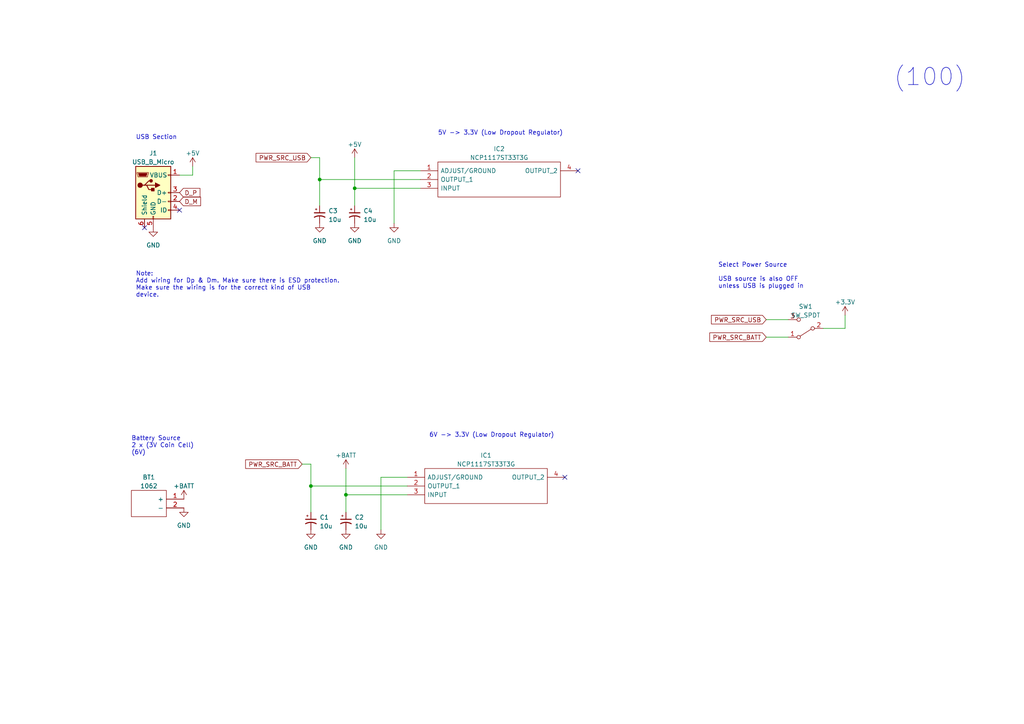
<source format=kicad_sch>
(kicad_sch (version 20230121) (generator eeschema)
  (paper "A4")
  (lib_symbols
    (symbol "Connector:USB_B_Micro" (pin_names (offset 1.016))
      (property "Reference" "J" (at -5.08 11.43 0))
      (property "Value" "USB_B_Micro" (at -5.08 8.89 0))
      (symbol "USB_B_Micro_0_1"
        (rectangle (start -5.08 -7.62) (end 5.08 7.62) (stroke (width 0.254)) (fill (type background)))
        (circle (center -3.81 2.159) (radius 0.635) (stroke (width 0.254)) (fill (type outline)))
        (circle (center -0.635 3.429) (radius 0.381) (stroke (width 0.254)) (fill (type outline)))
        (rectangle (start -0.127 -7.62) (end 0.127 -6.858))
        (polyline (pts (xy -1.905 2.159) (xy 0.635 2.159)) (stroke (width 0.254)))
        (polyline (pts (xy -3.175 2.159) (xy -2.54 2.159) (xy -1.27 3.429) (xy -0.635 3.429)) (stroke (width 0.254)))
        (polyline (pts (xy -2.54 2.159) (xy -1.905 2.159) (xy -1.27 0.889) (xy 0 0.889)) (stroke (width 0.254)))
        (polyline (pts (xy 0.635 2.794) (xy 0.635 1.524) (xy 1.905 2.159) (xy 0.635 2.794)) (stroke (width 0.254)) (fill (type outline)))
        (polyline (pts (xy -4.318 5.588) (xy -1.778 5.588) (xy -2.032 4.826) (xy -4.064 4.826) (xy -4.318 5.588)) (fill (type outline)))
        (polyline (pts (xy -4.699 5.842) (xy -4.699 5.588) (xy -4.445 4.826) (xy -4.445 4.572) (xy -1.651 4.572) (xy -1.651 4.826) (xy -1.397 5.588) (xy -1.397 5.842) (xy -4.699 5.842)))
        (rectangle (start 0.254 1.27) (end -0.508 0.508) (stroke (width 0.254)) (fill (type outline)))
        (rectangle (start 5.08 -5.207) (end 4.318 -4.953))
        (rectangle (start 5.08 -2.667) (end 4.318 -2.413))
        (rectangle (start 5.08 -0.127) (end 4.318 0.127))
        (rectangle (start 5.08 4.953) (end 4.318 5.207))
      )
      (symbol "USB_B_Micro_1_1"
        (pin power_out line (at 7.62 5.08 180) (length 2.54) (name "VBUS") (number "1"))
        (pin bidirectional line (at 7.62 -2.54 180) (length 2.54) (name "D-") (number "2"))
        (pin bidirectional line (at 7.62 0 180) (length 2.54) (name "D+") (number "3"))
        (pin passive line (at 7.62 -5.08 180) (length 2.54) (name "ID") (number "4"))
        (pin power_out line (at 0 -10.16 90) (length 2.54) (name "GND") (number "5"))
        (pin passive line (at -2.54 -10.16 90) (length 2.54) (name "Shield") (number "6"))
      )
    )
    (symbol "Device:C_Polarized_Small_US" (pin_numbers hide) (pin_names (offset 0.254) hide)
      (property "Reference" "C" (at 0.254 1.778 0))
      (property "Value" "C_Polarized_Small_US" (at 0.254 -2.032 0))
      (symbol "C_Polarized_Small_US_0_1"
        (polyline (pts (xy -1.524 0.508) (xy 1.524 0.508)) (stroke (width 0.3048)))
        (polyline (pts (xy -1.27 1.524) (xy -0.762 1.524)))
        (polyline (pts (xy -1.016 1.27) (xy -1.016 1.778)))
        (arc (start 1.524 -0.762) (mid 0 -0.3734) (end -1.524 -0.762) (stroke (width 0.3048)))
      )
      (symbol "C_Polarized_Small_US_1_1"
        (pin passive line (at 0 2.54 270) (length 2.032) (name "~") (number "1"))
        (pin passive line (at 0 -2.54 90) (length 2.032) (name "~") (number "2"))
      )
    )
    (symbol "SamacSys_Parts:1062" (pin_names (offset 0.762))
      (property "Reference" "BT" (at 16.51 7.62 0))
      (property "Value" "1062" (at 16.51 5.08 0))
      (symbol "1062_0_0"
        (pin passive line (at 0 -2.54 0) (length 5.08) (name "+") (number "1"))
        (pin passive line (at 0 0 0) (length 5.08) (name "-") (number "2"))
      )
      (symbol "1062_0_1"
        (polyline (pts (xy 5.08 2.54) (xy 15.24 2.54) (xy 15.24 -5.08) (xy 5.08 -5.08) (xy 5.08 2.54)) (stroke (width 0.1524)))
      )
    )
    (symbol "SamacSys_Parts:NCP1117ST33T3G" (pin_names (offset 0.762))
      (property "Reference" "IC" (at 41.91 7.62 0))
      (property "Value" "NCP1117ST33T3G" (at 41.91 5.08 0))
      (symbol "NCP1117ST33T3G_0_0"
        (pin passive line (at 0 0 0) (length 5.08) (name "ADJUST/GROUND") (number "1"))
        (pin passive line (at 0 -2.54 0) (length 5.08) (name "OUTPUT_1") (number "2"))
        (pin passive line (at 0 -5.08 0) (length 5.08) (name "INPUT") (number "3"))
        (pin passive line (at 45.72 0 180) (length 5.08) (name "OUTPUT_2") (number "4"))
      )
      (symbol "NCP1117ST33T3G_0_1"
        (polyline (pts (xy 5.08 2.54) (xy 40.64 2.54) (xy 40.64 -7.62) (xy 5.08 -7.62) (xy 5.08 2.54)) (stroke (width 0.1524)))
      )
    )
    (symbol "Switch:SW_SPDT" (pin_names (offset 0) hide)
      (property "Reference" "SW" (at 0 4.318 0))
      (property "Value" "SW_SPDT" (at 0 -5.08 0))
      (symbol "SW_SPDT_0_0"
        (circle (center -2.032 0) (radius 0.508))
        (circle (center 2.032 -2.54) (radius 0.508))
      )
      (symbol "SW_SPDT_0_1"
        (polyline (pts (xy -1.524 0.254) (xy 1.651 2.286)))
        (circle (center 2.032 2.54) (radius 0.508))
      )
      (symbol "SW_SPDT_1_1"
        (pin passive line (at 5.08 2.54 180) (length 2.54) (name "A") (number "1"))
        (pin passive line (at -5.08 0 0) (length 2.54) (name "B") (number "2"))
        (pin passive line (at 5.08 -2.54 180) (length 2.54) (name "C") (number "3"))
      )
    )
    (symbol "power:+3.3V" (power) (pin_names (offset 0))
      (property "Value" "+3.3V" (at 0 3.556 0))
      (symbol "+3.3V_0_1"
        (polyline (pts (xy -0.762 1.27) (xy 0 2.54)))
        (polyline (pts (xy 0 0) (xy 0 2.54)))
        (polyline (pts (xy 0 2.54) (xy 0.762 1.27)))
      )
      (symbol "+3.3V_1_1"
        (pin power_in line (at 0 0 90) (length 0) hide (name "+3.3V") (number "1"))
      )
    )
    (symbol "power:+5V" (power) (pin_names (offset 0))
      (property "Value" "+5V" (at 0 3.556 0))
      (symbol "+5V_0_1"
        (polyline (pts (xy -0.762 1.27) (xy 0 2.54)))
        (polyline (pts (xy 0 0) (xy 0 2.54)))
        (polyline (pts (xy 0 2.54) (xy 0.762 1.27)))
      )
      (symbol "+5V_1_1"
        (pin power_in line (at 0 0 90) (length 0) hide (name "+5V") (number "1"))
      )
    )
    (symbol "power:+BATT" (power) (pin_names (offset 0))
      (property "Value" "+BATT" (at 0 3.556 0))
      (symbol "+BATT_0_1"
        (polyline (pts (xy -0.762 1.27) (xy 0 2.54)))
        (polyline (pts (xy 0 0) (xy 0 2.54)))
        (polyline (pts (xy 0 2.54) (xy 0.762 1.27)))
      )
      (symbol "+BATT_1_1"
        (pin power_in line (at 0 0 90) (length 0) hide (name "+BATT") (number "1"))
      )
    )
    (symbol "power:GND" (power) (pin_names (offset 0))
      (property "Value" "GND" (at 0 -3.81 0))
      (symbol "GND_0_1"
        (polyline (pts (xy 0 0) (xy 0 -1.27) (xy 1.27 -1.27) (xy 0 -2.54) (xy -1.27 -1.27) (xy 0 -1.27)))
      )
      (symbol "GND_1_1"
        (pin power_in line (at 0 0 270) (length 0) hide (name "GND") (number "1"))
      )
    )
  )
  (junction (at 100.33 143.51))
  (junction (at 92.71 52.07))
  (junction (at 90.17 140.97))
  (junction (at 102.87 54.61))
  (no_connect (at 163.83 138.43))
  (no_connect (at 52.07 60.96))
  (no_connect (at 41.91 66.04))
  (no_connect (at 167.64 49.53))
  (wire (pts (xy 90.17 148.59) (xy 90.17 140.97)))
  (wire (pts (xy 102.87 54.61) (xy 121.92 54.61)))
  (wire (pts (xy 100.33 143.51) (xy 100.33 148.59)))
  (wire (pts (xy 55.88 50.8) (xy 55.88 48.26)))
  (wire (pts (xy 100.33 135.89) (xy 100.33 143.51)))
  (wire (pts (xy 92.71 52.07) (xy 121.92 52.07)))
  (wire (pts (xy 114.3 49.53) (xy 121.92 49.53)))
  (wire (pts (xy 100.33 143.51) (xy 118.11 143.51)))
  (wire (pts (xy 238.76 95.25) (xy 245.11 95.25)))
  (wire (pts (xy 87.63 134.62) (xy 90.17 134.62)))
  (wire (pts (xy 245.11 95.25) (xy 245.11 91.44)))
  (wire (pts (xy 110.49 153.67) (xy 110.49 138.43)))
  (wire (pts (xy 102.87 45.72) (xy 102.87 54.61)))
  (wire (pts (xy 90.17 45.72) (xy 92.71 45.72)))
  (wire (pts (xy 90.17 134.62) (xy 90.17 140.97)))
  (wire (pts (xy 92.71 45.72) (xy 92.71 52.07)))
  (wire (pts (xy 222.25 92.71) (xy 228.6 92.71)))
  (wire (pts (xy 222.25 97.79) (xy 228.6 97.79)))
  (wire (pts (xy 110.49 138.43) (xy 118.11 138.43)))
  (wire (pts (xy 102.87 54.61) (xy 102.87 59.69)))
  (wire (pts (xy 114.3 64.77) (xy 114.3 49.53)))
  (wire (pts (xy 90.17 140.97) (xy 118.11 140.97)))
  (wire (pts (xy 92.71 59.69) (xy 92.71 52.07)))
  (wire (pts (xy 52.07 50.8) (xy 55.88 50.8)))
  (text "USB Section" (at 39.37 40.64 0) (effects (font (size 1.27 1.27)) (justify left bottom)))
  (text "5V -> 3.3V (Low Dropout Regulator)" (at 127 39.37 0) (effects (font (size 1.27 1.27)) (justify left bottom)))
  (text "(100)" (at 259.08 25.4 0) (effects (font (size 5 5)) (justify left bottom)))
  (text "Note:\nAdd wiring for Dp & Dm. Make sure there is ESD protection.\nMake sure the wiring is for the correct kind of USB \ndevice." (at 39.37 86.36 0) (effects (font (size 1.27 1.27)) (justify left bottom)))
  (text "Battery Source\n2 x (3V Coin Cell)\n(6V)" (at 38.1 132.08 0) (effects (font (size 1.27 1.27)) (justify left bottom)))
  (text "Select Power Source\n\nUSB source is also OFF \nunless USB is plugged in" (at 208.28 83.82 0) (effects (font (size 1.27 1.27)) (justify left bottom)))
  (text "6V -> 3.3V (Low Dropout Regulator)" (at 124.46 127 0) (effects (font (size 1.27 1.27)) (justify left bottom)))
  (global_label "PWR_SRC_USB" (shape input) (at 90.17 45.72 180) (property "Intersheetrefs" "${INTERSHEET_REFS}" (effects hide)))
  (global_label "PWR_SRC_BATT" (shape input) (at 87.63 134.62 180) (property "Intersheetrefs" "${INTERSHEET_REFS}" (effects hide)))
  (global_label "D_P" (shape input) (at 52.07 55.88 0) (property "Intersheetrefs" "${INTERSHEET_REFS}" (effects hide)))
  (global_label "D_M" (shape input) (at 52.07 58.42 0) (property "Intersheetrefs" "${INTERSHEET_REFS}" (effects hide)))
  (global_label "PWR_SRC_BATT" (shape input) (at 222.25 97.79 180) (property "Intersheetrefs" "${INTERSHEET_REFS}" (effects hide)))
  (global_label "PWR_SRC_USB" (shape input) (at 222.25 92.71 180) (property "Intersheetrefs" "${INTERSHEET_REFS}" (effects hide)))
  (symbol (lib_id "power:GND") (at 110.49 153.67 0) (unit 1)
    (property "Reference" "#PWR02" (effects hide))
    (property "Value" "GND" (at 110.49 158.75 0))
    (instances (project "light_monitor_hw" (path "" (reference "#PWR02") (unit 1)) (path "" (reference "#PWR024") (unit 1))))
  )
  (symbol (lib_id "power:+BATT") (at 100.33 135.89 0) (unit 1)
    (property "Reference" "#PWR014" (effects hide))
    (property "Value" "+BATT" (at 100.33 132.08 0))
    (instances (project "light_monitor_hw" (path "" (reference "#PWR014") (unit 1)) (path "" (reference "#PWR020") (unit 1))))
  )
  (symbol (lib_id "SamacSys_Parts:NCP1117ST33T3G") (at 118.11 138.43 0) (unit 1)
    (property "Reference" "IC1" (at 140.97 132.08 0))
    (property "Value" "NCP1117ST33T3G" (at 140.97 134.62 0))
    (property "Footprint" "SOT230P700X180-4N" (effects hide))
    (property "Datasheet" "http://www.onsemi.com/pub/Collateral/NCP1117-D.PDF" (effects hide))
    (property "Description" "ON SEMICONDUCTOR - NCP1117ST33T3G - IC, LINEAR VOLTAGE REGULATOR" (effects hide))
    (property "Height" "1.8" (effects hide))
    (property "Manufacturer_Name" "onsemi" (effects hide))
    (property "Manufacturer_Part_Number" "NCP1117ST33T3G" (effects hide))
    (property "Mouser Part Number" "863-NCP1117ST33T3G" (effects hide))
    (property "Mouser Price/Stock" "https://www.mouser.co.uk/ProductDetail/onsemi/NCP1117ST33T3G?qs=Gev%252BmEvV0iZb%2FE8ahUDx3w%3D%3D" (effects hide))
    (property "Arrow Part Number" "NCP1117ST33T3G" (effects hide))
    (property "Arrow Price/Stock" "https://www.arrow.com/en/products/ncp1117st33t3g/on-semiconductor?region=europe" (effects hide))
    (instances (project "light_monitor_hw" (path "" (reference "IC1") (unit 1)) (path "" (reference "IC3") (unit 1))))
  )
  (symbol (lib_id "Connector:USB_B_Micro") (at 44.45 55.88 0) (unit 1)
    (property "Reference" "J1" (at 44.45 44.45 0))
    (property "Value" "USB_B_Micro" (at 44.45 46.99 0))
    (instances (project "light_monitor_hw" (path "" (reference "J1") (unit 1)) (path "" (reference "J4") (unit 1))))
  )
  (symbol (lib_id "Device:C_Polarized_Small_US") (at 92.71 62.23 0) (unit 1)
    (property "Reference" "C3" (at 95.25 61.1632 0) (effects (justify left)))
    (property "Value" "10u" (at 95.25 63.7032 0) (effects (justify left)))
    (instances (project "light_monitor_hw" (path "" (reference "C3") (unit 1)) (path "" (reference "C6") (unit 1))))
  )
  (symbol (lib_id "power:GND") (at 53.34 147.32 0) (unit 1)
    (property "Reference" "#PWR01" (effects hide))
    (property "Value" "GND" (at 53.34 152.4 0))
    (instances (project "light_monitor_hw" (path "" (reference "#PWR01") (unit 1)) (path "" (reference "#PWR016") (unit 1))))
  )
  (symbol (lib_id "power:+3.3V") (at 245.11 91.44 0) (unit 1)
    (property "Reference" "#PWR012" (effects hide))
    (property "Value" "+3.3V" (at 245.11 87.63 0))
    (instances (project "light_monitor_hw" (path "" (reference "#PWR012") (unit 1)) (path "" (reference "#PWR01") (unit 1))))
  )
  (symbol (lib_id "Switch:SW_SPDT") (at 233.68 95.25 180) (unit 1)
    (property "Reference" "SW1" (at 233.68 88.9 0))
    (property "Value" "SW_SPDT" (at 233.68 91.44 0))
  )
  (symbol (lib_id "power:+5V") (at 102.87 45.72 0) (unit 1)
    (property "Reference" "#PWR010" (effects hide))
    (property "Value" "+5V" (at 102.87 41.91 0))
    (instances (project "light_monitor_hw" (path "" (reference "#PWR010") (unit 1)) (path "" (reference "#PWR022") (unit 1))))
  )
  (symbol (lib_id "Device:C_Polarized_Small_US") (at 100.33 151.13 0) (unit 1)
    (property "Reference" "C2" (at 102.87 150.0632 0) (effects (justify left)))
    (property "Value" "10u" (at 102.87 152.6032 0) (effects (justify left)))
    (instances (project "light_monitor_hw" (path "" (reference "C2") (unit 1)) (path "" (reference "C7") (unit 1))))
  )
  (symbol (lib_id "power:+BATT") (at 53.34 144.78 0) (unit 1)
    (property "Reference" "#PWR011" (effects hide))
    (property "Value" "+BATT" (at 53.34 140.97 0))
    (instances (project "light_monitor_hw" (path "" (reference "#PWR011") (unit 1)) (path "" (reference "#PWR015") (unit 1))))
  )
  (symbol (lib_id "power:GND") (at 92.71 64.77 0) (unit 1)
    (property "Reference" "#PWR05" (effects hide))
    (property "Value" "GND" (at 92.71 69.85 0))
    (instances (project "light_monitor_hw" (path "" (reference "#PWR05") (unit 1)) (path "" (reference "#PWR019") (unit 1))))
  )
  (symbol (lib_id "power:GND") (at 44.45 66.04 0) (unit 1)
    (property "Reference" "#PWR08" (effects hide))
    (property "Value" "GND" (at 44.45 71.12 0))
    (instances (project "light_monitor_hw" (path "" (reference "#PWR08") (unit 1)) (path "" (reference "#PWR013") (unit 1))))
  )
  (symbol (lib_id "power:GND") (at 100.33 153.67 0) (unit 1)
    (property "Reference" "#PWR03" (effects hide))
    (property "Value" "GND" (at 100.33 158.75 0))
    (instances (project "light_monitor_hw" (path "" (reference "#PWR03") (unit 1)) (path "" (reference "#PWR021") (unit 1))))
  )
  (symbol (lib_id "SamacSys_Parts:NCP1117ST33T3G") (at 121.92 49.53 0) (unit 1)
    (property "Reference" "IC2" (at 144.78 43.18 0))
    (property "Value" "NCP1117ST33T3G" (at 144.78 45.72 0))
    (property "Footprint" "SOT230P700X180-4N" (effects hide))
    (property "Datasheet" "http://www.onsemi.com/pub/Collateral/NCP1117-D.PDF" (effects hide))
    (property "Description" "ON SEMICONDUCTOR - NCP1117ST33T3G - IC, LINEAR VOLTAGE REGULATOR" (effects hide))
    (property "Height" "1.8" (effects hide))
    (property "Manufacturer_Name" "onsemi" (effects hide))
    (property "Manufacturer_Part_Number" "NCP1117ST33T3G" (effects hide))
    (property "Mouser Part Number" "863-NCP1117ST33T3G" (effects hide))
    (property "Mouser Price/Stock" "https://www.mouser.co.uk/ProductDetail/onsemi/NCP1117ST33T3G?qs=Gev%252BmEvV0iZb%2FE8ahUDx3w%3D%3D" (effects hide))
    (property "Arrow Part Number" "NCP1117ST33T3G" (effects hide))
    (property "Arrow Price/Stock" "https://www.arrow.com/en/products/ncp1117st33t3g/on-semiconductor?region=europe" (effects hide))
    (instances (project "light_monitor_hw" (path "" (reference "IC2") (unit 1)) (path "" (reference "IC4") (unit 1))))
  )
  (symbol (lib_id "power:+5V") (at 55.88 48.26 0) (unit 1)
    (property "Reference" "#PWR09" (effects hide))
    (property "Value" "+5V" (at 55.88 44.45 0))
    (instances (project "light_monitor_hw" (path "" (reference "#PWR09") (unit 1)) (path "" (reference "#PWR017") (unit 1))))
  )
  (symbol (lib_id "power:GND") (at 114.3 64.77 0) (unit 1)
    (property "Reference" "#PWR07" (effects hide))
    (property "Value" "GND" (at 114.3 69.85 0))
    (instances (project "light_monitor_hw" (path "" (reference "#PWR07") (unit 1)) (path "" (reference "#PWR025") (unit 1))))
  )
  (symbol (lib_id "Device:C_Polarized_Small_US") (at 90.17 151.13 0) (unit 1)
    (property "Reference" "C1" (at 92.71 150.0632 0) (effects (justify left)))
    (property "Value" "10u" (at 92.71 152.6032 0) (effects (justify left)))
    (instances (project "light_monitor_hw" (path "" (reference "C1") (unit 1)) (path "" (reference "C5") (unit 1))))
  )
  (symbol (lib_id "power:GND") (at 90.17 153.67 0) (unit 1)
    (property "Reference" "#PWR04" (effects hide))
    (property "Value" "GND" (at 90.17 158.75 0))
    (instances (project "light_monitor_hw" (path "" (reference "#PWR04") (unit 1)) (path "" (reference "#PWR018") (unit 1))))
  )
  (symbol (lib_id "SamacSys_Parts:1062") (at 53.34 147.32 180) (unit 1)
    (property "Reference" "BT1" (at 43.18 138.43 0))
    (property "Value" "1062" (at 43.18 140.97 0))
    (property "Footprint" "1062" (effects hide))
    (property "Datasheet" "https://www.keyelco.com/product-pdf.cfm?p=728" (effects hide))
    (property "Description" "KEYSTONE - 1062 - BATTERY HOLDER, 2 CELL, 20MM" (effects hide))
    (property "Height" "10.57" (effects hide))
    (property "Manufacturer_Name" "Keystone Electronics" (effects hide))
    (property "Manufacturer_Part_Number" "1062" (effects hide))
    (property "Mouser Part Number" "534-1062" (effects hide))
    (property "Mouser Price/Stock" "https://www.mouser.co.uk/ProductDetail/Keystone-Electronics/1062?qs=TMDrOSIpnUdOWsMNtyKpVg%3D%3D" (effects hide))
    (instances (project "light_monitor_hw" (path "" (reference "BT1") (unit 1)) (path "" (reference "BT2") (unit 1))))
  )
  (symbol (lib_id "power:GND") (at 102.87 64.77 0) (unit 1)
    (property "Reference" "#PWR06" (effects hide))
    (property "Value" "GND" (at 102.87 69.85 0))
    (instances (project "light_monitor_hw" (path "" (reference "#PWR06") (unit 1)) (path "" (reference "#PWR023") (unit 1))))
  )
  (symbol (lib_id "Device:C_Polarized_Small_US") (at 102.87 62.23 0) (unit 1)
    (property "Reference" "C4" (at 105.41 61.1632 0) (effects (justify left)))
    (property "Value" "10u" (at 105.41 63.7032 0) (effects (justify left)))
    (instances (project "light_monitor_hw" (path "" (reference "C4") (unit 1)) (path "" (reference "C8") (unit 1))))
  )
)
</source>
